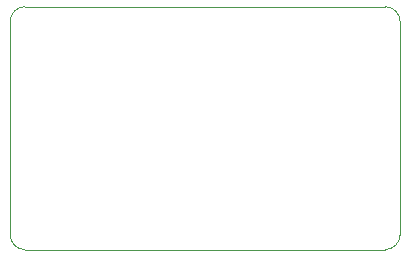
<source format=gbr>
G04 #@! TF.GenerationSoftware,KiCad,Pcbnew,(5.1.2-1)-1*
G04 #@! TF.CreationDate,2020-11-08T20:07:09-08:00*
G04 #@! TF.ProjectId,Pressure Sensor,50726573-7375-4726-9520-53656e736f72,rev?*
G04 #@! TF.SameCoordinates,Original*
G04 #@! TF.FileFunction,Profile,NP*
%FSLAX46Y46*%
G04 Gerber Fmt 4.6, Leading zero omitted, Abs format (unit mm)*
G04 Created by KiCad (PCBNEW (5.1.2-1)-1) date 2020-11-08 20:07:09*
%MOMM*%
%LPD*%
G04 APERTURE LIST*
%ADD10C,0.050000*%
G04 APERTURE END LIST*
D10*
X121920000Y-20066000D02*
G75*
G02X123190000Y-18796000I1270000J0D01*
G01*
X123190000Y-39370000D02*
G75*
G02X121920000Y-38100000I0J1270000D01*
G01*
X154940000Y-38100000D02*
G75*
G02X153670000Y-39370000I-1270000J0D01*
G01*
X153670000Y-18796000D02*
G75*
G02X154940000Y-20066000I0J-1270000D01*
G01*
X123190000Y-18796000D02*
X153670000Y-18796000D01*
X121920000Y-38100000D02*
X121920000Y-20066000D01*
X153670000Y-39370000D02*
X123190000Y-39370000D01*
X154940000Y-20066000D02*
X154940000Y-38100000D01*
M02*

</source>
